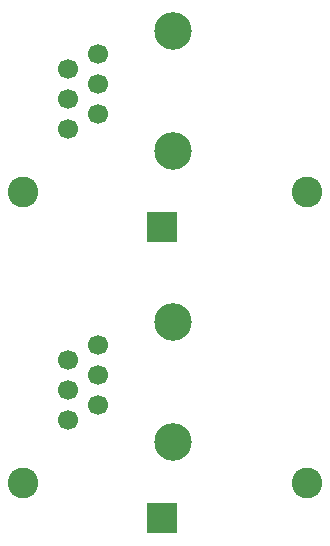
<source format=gbs>
G04 #@! TF.FileFunction,Soldermask,Bot*
%FSLAX46Y46*%
G04 Gerber Fmt 4.6, Leading zero omitted, Abs format (unit mm)*
G04 Created by KiCad (PCBNEW 4.0.7-e2-6376~58~ubuntu16.04.1) date Sat Dec  8 14:23:04 2018*
%MOMM*%
%LPD*%
G01*
G04 APERTURE LIST*
%ADD10C,0.150000*%
%ADD11R,2.499360X2.499360*%
%ADD12C,2.600000*%
%ADD13C,1.700000*%
%ADD14C,3.180000*%
G04 APERTURE END LIST*
D10*
D11*
X151750000Y-136638000D03*
D12*
X164000000Y-133638000D03*
X140000000Y-133638000D03*
D13*
X143810000Y-128313000D03*
X143810000Y-125773000D03*
X143810000Y-123233000D03*
X146350000Y-124503000D03*
X146350000Y-121963000D03*
X146350000Y-127043000D03*
D14*
X152700000Y-130218000D03*
X152700000Y-120058000D03*
D13*
X143810000Y-103675000D03*
X143810000Y-101135000D03*
X143810000Y-98595000D03*
X146350000Y-99865000D03*
X146350000Y-97325000D03*
X146350000Y-102405000D03*
D14*
X152700000Y-105580000D03*
X152700000Y-95420000D03*
D12*
X140000000Y-109000000D03*
X164000000Y-109000000D03*
D11*
X151750000Y-112000000D03*
M02*

</source>
